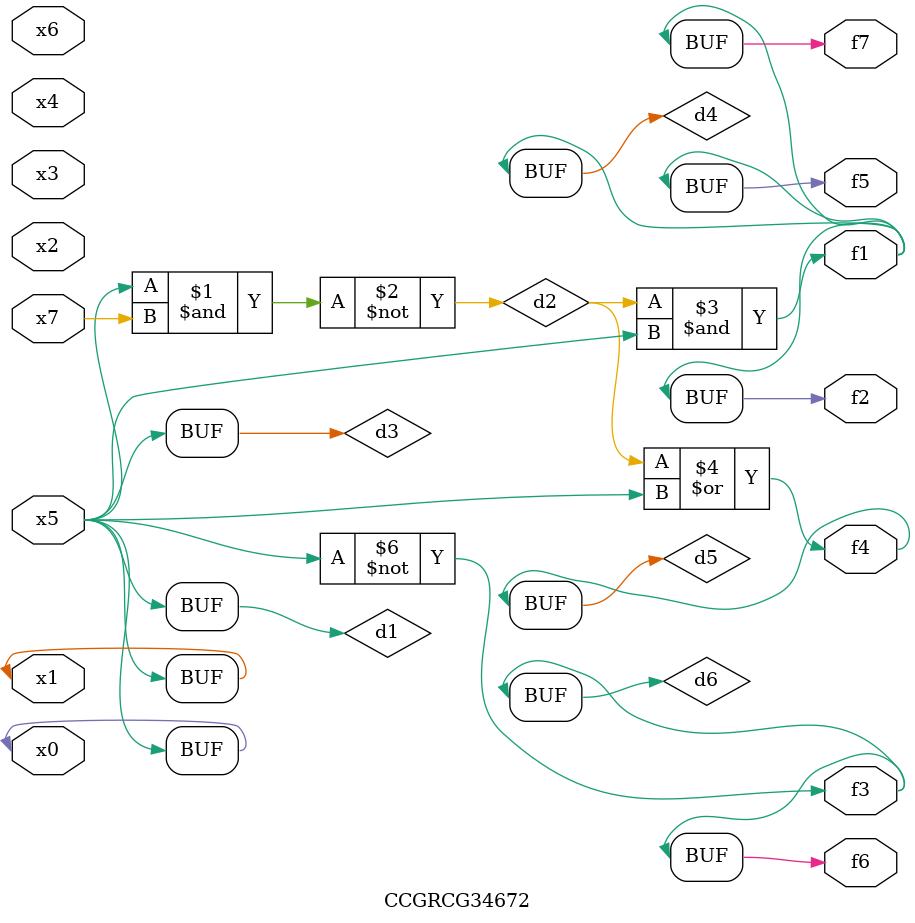
<source format=v>
module CCGRCG34672(
	input x0, x1, x2, x3, x4, x5, x6, x7,
	output f1, f2, f3, f4, f5, f6, f7
);

	wire d1, d2, d3, d4, d5, d6;

	buf (d1, x0, x5);
	nand (d2, x5, x7);
	buf (d3, x0, x1);
	and (d4, d2, d3);
	or (d5, d2, d3);
	nor (d6, d1, d3);
	assign f1 = d4;
	assign f2 = d4;
	assign f3 = d6;
	assign f4 = d5;
	assign f5 = d4;
	assign f6 = d6;
	assign f7 = d4;
endmodule

</source>
